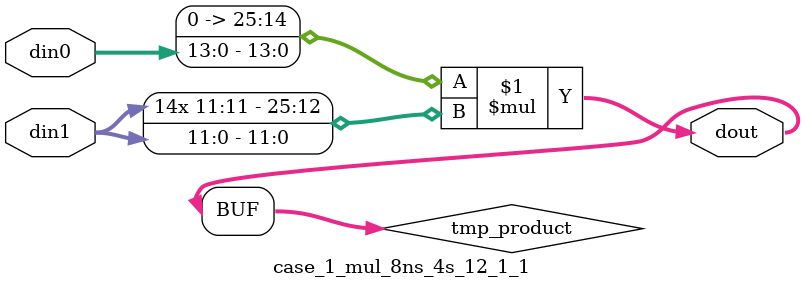
<source format=v>

`timescale 1 ns / 1 ps

 (* use_dsp = "no" *)  module case_1_mul_8ns_4s_12_1_1(din0, din1, dout);
parameter ID = 1;
parameter NUM_STAGE = 0;
parameter din0_WIDTH = 14;
parameter din1_WIDTH = 12;
parameter dout_WIDTH = 26;

input [din0_WIDTH - 1 : 0] din0; 
input [din1_WIDTH - 1 : 0] din1; 
output [dout_WIDTH - 1 : 0] dout;

wire signed [dout_WIDTH - 1 : 0] tmp_product;

























assign tmp_product = $signed({1'b0, din0}) * $signed(din1);










assign dout = tmp_product;





















endmodule

</source>
